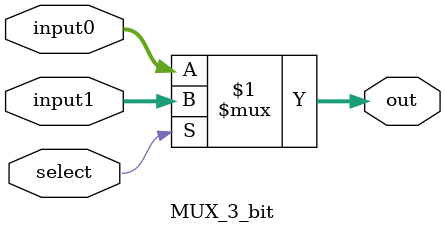
<source format=v>
`timescale 1ns / 1ps
module MUX_3_bit(input1, input0, select, out);
	
	input  select;						
	input	 [2:0] input1, input0;	
	
	output [2:0] out;				
	assign out = (select) ? input1 : input0;
endmodule

</source>
